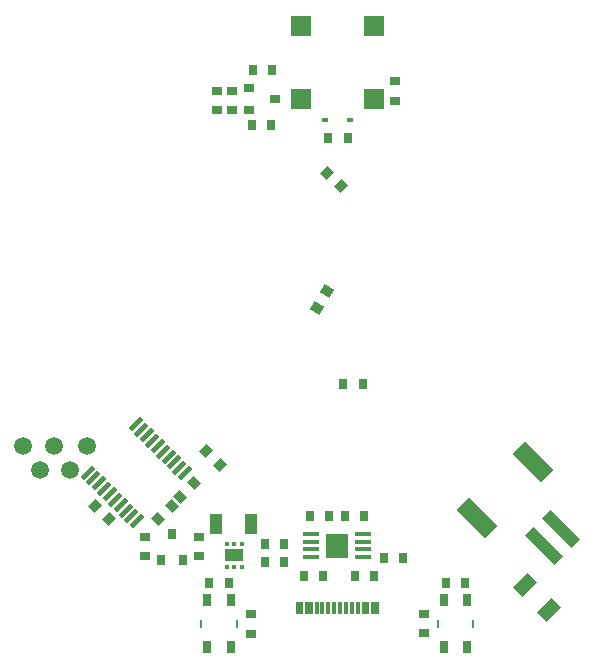
<source format=gbp>
G04 #@! TF.GenerationSoftware,KiCad,Pcbnew,9.0.5*
G04 #@! TF.CreationDate,2025-11-30T01:11:54+01:00*
G04 #@! TF.ProjectId,xmasCrystalBall,786d6173-4372-4797-9374-616c42616c6c,rev?*
G04 #@! TF.SameCoordinates,Original*
G04 #@! TF.FileFunction,Paste,Bot*
G04 #@! TF.FilePolarity,Positive*
%FSLAX46Y46*%
G04 Gerber Fmt 4.6, Leading zero omitted, Abs format (unit mm)*
G04 Created by KiCad (PCBNEW 9.0.5) date 2025-11-30 01:11:54*
%MOMM*%
%LPD*%
G01*
G04 APERTURE LIST*
G04 Aperture macros list*
%AMRotRect*
0 Rectangle, with rotation*
0 The origin of the aperture is its center*
0 $1 length*
0 $2 width*
0 $3 Rotation angle, in degrees counterclockwise*
0 Add horizontal line*
21,1,$1,$2,0,0,$3*%
G04 Aperture macros list end*
%ADD10C,1.500000*%
%ADD11RotRect,0.800000X0.950000X135.000000*%
%ADD12R,0.800000X0.950000*%
%ADD13R,0.800000X0.900000*%
%ADD14RotRect,1.000000X3.500000X225.000000*%
%ADD15RotRect,1.500000X3.400000X225.000000*%
%ADD16RotRect,1.350000X0.400000X45.000000*%
%ADD17R,0.950000X0.800000*%
%ADD18RotRect,0.800000X0.950000X315.000000*%
%ADD19R,1.125000X1.750000*%
%ADD20RotRect,1.125000X1.750000X135.000000*%
%ADD21R,0.590000X0.450000*%
%ADD22R,0.300000X1.140000*%
%ADD23RotRect,0.800000X0.950000X225.000000*%
%ADD24R,1.400000X0.450000*%
%ADD25R,1.880000X2.000000*%
%ADD26R,0.700000X1.100000*%
%ADD27R,0.250000X0.700000*%
%ADD28R,0.300000X0.450000*%
%ADD29R,1.600000X1.000000*%
%ADD30R,0.900000X0.800000*%
%ADD31RotRect,0.800000X0.950000X60.000000*%
%ADD32R,1.800000X1.800000*%
G04 APERTURE END LIST*
D10*
X119850000Y-104200000D03*
X121250000Y-106200000D03*
D11*
X144133363Y-82183363D03*
X142966637Y-81016637D03*
D12*
X149450000Y-113650000D03*
X147800000Y-113650000D03*
X137725000Y-114000000D03*
X139375000Y-114000000D03*
D13*
X130800000Y-113800000D03*
X129850000Y-111600000D03*
X128900000Y-113800000D03*
D10*
X118650000Y-106200000D03*
D14*
X161374406Y-112638620D03*
X162788620Y-111224406D03*
D15*
X160384457Y-105496841D03*
X155646841Y-110234457D03*
D16*
X126885355Y-110551219D03*
X126425736Y-110091600D03*
X125966117Y-109631981D03*
X125506497Y-109172361D03*
X125046878Y-108712742D03*
X124587258Y-108253122D03*
X124127639Y-107793503D03*
X123668019Y-107333883D03*
X123208400Y-106874264D03*
X122748781Y-106414645D03*
X126814645Y-102348781D03*
X127274264Y-102808400D03*
X127733883Y-103268019D03*
X128193503Y-103727639D03*
X128653122Y-104187258D03*
X129112742Y-104646878D03*
X129572361Y-105106497D03*
X130031981Y-105566117D03*
X130491600Y-106025736D03*
X130951219Y-106485355D03*
D17*
X127600000Y-113525000D03*
X127600000Y-111875000D03*
D12*
X141525000Y-110100000D03*
X143175000Y-110100000D03*
D18*
X132766637Y-104616637D03*
X133933363Y-105783363D03*
D19*
X136512500Y-110800000D03*
X133587500Y-110800000D03*
D10*
X122650000Y-104200000D03*
D12*
X136675000Y-72300000D03*
X138325000Y-72300000D03*
D20*
X161784144Y-118034144D03*
X159715856Y-115965856D03*
D21*
X142845000Y-76600000D03*
X144955000Y-76600000D03*
D17*
X151200000Y-118375000D03*
X151200000Y-120025000D03*
D22*
X147200000Y-117890000D03*
X146400000Y-117890000D03*
X145100000Y-117890000D03*
X144100000Y-117890000D03*
X143600000Y-117890000D03*
X142600000Y-117890000D03*
X141300000Y-117890000D03*
X140500000Y-117890000D03*
X140800000Y-117890000D03*
X141600000Y-117890000D03*
X142100000Y-117890000D03*
X143100000Y-117890000D03*
X144600000Y-117890000D03*
X145600000Y-117890000D03*
X146100000Y-117890000D03*
X146900000Y-117890000D03*
D12*
X138250000Y-77000000D03*
X136600000Y-77000000D03*
D17*
X136550000Y-118425000D03*
X136550000Y-120075000D03*
D23*
X131733363Y-107316637D03*
X130566637Y-108483363D03*
D17*
X133650000Y-75725000D03*
X133650000Y-74075000D03*
D18*
X123366637Y-109216637D03*
X124533363Y-110383363D03*
D24*
X141650000Y-113575000D03*
X141650000Y-112925000D03*
X141650000Y-112275000D03*
X141650000Y-111625000D03*
X146050000Y-111625000D03*
X146050000Y-112275000D03*
X146050000Y-112925000D03*
X146050000Y-113575000D03*
D25*
X143850000Y-112600000D03*
D17*
X148750000Y-73275000D03*
X148750000Y-74925000D03*
D26*
X132850000Y-117250000D03*
X132850000Y-121150000D03*
X134850000Y-117250000D03*
X134850000Y-121150000D03*
D27*
X135350000Y-119200000D03*
X132350000Y-119200000D03*
D28*
X134500000Y-112425000D03*
X135150000Y-112425000D03*
X135800000Y-112425000D03*
X135800000Y-114375000D03*
X135150000Y-114375000D03*
X134500000Y-114375000D03*
D29*
X135150000Y-113400000D03*
D23*
X129833363Y-109216637D03*
X128666637Y-110383363D03*
D12*
X137725000Y-112500000D03*
X139375000Y-112500000D03*
D30*
X136350000Y-75750000D03*
X138550000Y-74800000D03*
X136350000Y-73850000D03*
D12*
X133025000Y-115750000D03*
X134675000Y-115750000D03*
X153025000Y-115750000D03*
X154675000Y-115750000D03*
X144487000Y-110096500D03*
X146137000Y-110096500D03*
D17*
X132150000Y-113525000D03*
X132150000Y-111875000D03*
X134950000Y-75725000D03*
X134950000Y-74075000D03*
D26*
X154850000Y-121150000D03*
X154850000Y-117250000D03*
X152850000Y-121150000D03*
X152850000Y-117250000D03*
D27*
X152350000Y-119200000D03*
X155350000Y-119200000D03*
D12*
X144350000Y-98900000D03*
X146000000Y-98900000D03*
X141025000Y-115200000D03*
X142675000Y-115200000D03*
D31*
X142137500Y-92514471D03*
X142962500Y-91085529D03*
D10*
X117250000Y-104200000D03*
D32*
X146925000Y-74775000D03*
X140775000Y-74775000D03*
X140775000Y-68625000D03*
X146925000Y-68625000D03*
D12*
X146975000Y-115200000D03*
X145325000Y-115200000D03*
X143075000Y-78100000D03*
X144725000Y-78100000D03*
M02*

</source>
